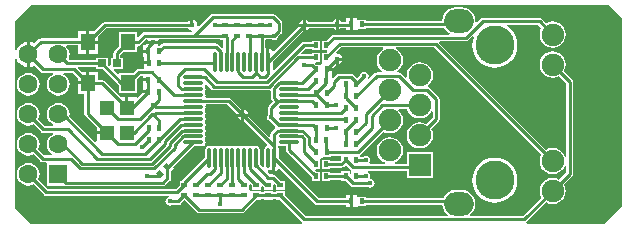
<source format=gtl>
G04*
G04 #@! TF.GenerationSoftware,Altium Limited,Altium Designer,18.1.9 (240)*
G04*
G04 Layer_Physical_Order=1*
G04 Layer_Color=255*
%FSLAX25Y25*%
%MOIN*%
G70*
G01*
G75*
%ADD11C,0.01000*%
%ADD16R,0.04724X0.05512*%
%ADD17R,0.01968X0.01575*%
%ADD18R,0.01575X0.01968*%
%ADD19O,0.01100X0.07087*%
%ADD20O,0.07087X0.01100*%
G04:AMPARAMS|DCode=21|XSize=15.75mil|YSize=19.68mil|CornerRadius=0mil|HoleSize=0mil|Usage=FLASHONLY|Rotation=225.000|XOffset=0mil|YOffset=0mil|HoleType=Round|Shape=Rectangle|*
%AMROTATEDRECTD21*
4,1,4,-0.00139,0.01253,0.01253,-0.00139,0.00139,-0.01253,-0.01253,0.00139,-0.00139,0.01253,0.0*
%
%ADD21ROTATEDRECTD21*%

%ADD22R,0.04724X0.05118*%
%ADD23R,0.03000X0.02500*%
%ADD38C,0.06299*%
%ADD39R,0.06299X0.06299*%
%ADD40R,0.07500X0.07500*%
%ADD41C,0.07500*%
%ADD42O,0.09843X0.07874*%
%ADD43C,0.13000*%
%ADD44C,0.01600*%
G36*
X336916Y196841D02*
X337957D01*
Y194349D01*
X337457Y194142D01*
X336261Y195338D01*
X335897Y195581D01*
X335468Y195667D01*
X335468Y195667D01*
X318102D01*
X318102Y195667D01*
X317673Y195581D01*
X317309Y195338D01*
X317309Y195338D01*
X316796Y194825D01*
X316504Y194859D01*
X316301Y195147D01*
X316211Y195374D01*
X316236Y195500D01*
X312414D01*
X312266Y195352D01*
X312051Y195030D01*
X311272D01*
Y193546D01*
X313059D01*
Y192546D01*
X311272D01*
Y191062D01*
X311468D01*
Y189687D01*
X313256D01*
Y188687D01*
X311468D01*
Y187203D01*
X310983Y187167D01*
X309738D01*
X309309Y187081D01*
X308945Y186838D01*
X308945Y186838D01*
X307963Y185856D01*
X303231D01*
Y185509D01*
X302769Y185317D01*
X301398Y186688D01*
X301589Y187150D01*
X304600D01*
Y190850D01*
X303622D01*
Y191842D01*
X304423Y192644D01*
X309155D01*
Y194553D01*
X309500Y194878D01*
X309929Y194964D01*
X310293Y195207D01*
X312122Y197036D01*
X312471Y197000D01*
X312770Y196528D01*
X312764Y196500D01*
X316236D01*
X316206Y196652D01*
X316233Y196791D01*
X316425Y197152D01*
X328274D01*
X328274Y197152D01*
X328274Y197152D01*
X336916D01*
Y196841D01*
D02*
G37*
G36*
X470878Y204035D02*
Y141465D01*
X465035Y135622D01*
X439146D01*
X438994Y136122D01*
X439122Y136207D01*
X445586Y142671D01*
X445598Y142663D01*
X446656Y142224D01*
X447791Y142075D01*
X448927Y142224D01*
X449985Y142663D01*
X450894Y143360D01*
X451591Y144268D01*
X452029Y145327D01*
X452179Y146462D01*
X452029Y147598D01*
X451591Y148656D01*
X451582Y148667D01*
X454293Y151378D01*
X454293Y151378D01*
X454536Y151742D01*
X454622Y152171D01*
Y182919D01*
X454536Y183348D01*
X454293Y183712D01*
X454293Y183712D01*
X451582Y186422D01*
X451591Y186433D01*
X452029Y187492D01*
X452179Y188627D01*
X452029Y189763D01*
X451591Y190821D01*
X450894Y191730D01*
X449985Y192427D01*
X448927Y192865D01*
X447791Y193015D01*
X446656Y192865D01*
X445598Y192427D01*
X444689Y191730D01*
X443992Y190821D01*
X443553Y189763D01*
X443404Y188627D01*
X443553Y187492D01*
X443992Y186433D01*
X444689Y185525D01*
X445598Y184827D01*
X446656Y184389D01*
X447791Y184240D01*
X448927Y184389D01*
X449985Y184827D01*
X449996Y184836D01*
X452378Y182454D01*
Y158062D01*
X451878Y157962D01*
X451591Y158656D01*
X450894Y159565D01*
X449985Y160262D01*
X448927Y160700D01*
X447791Y160850D01*
X446656Y160700D01*
X445598Y160262D01*
X445586Y160253D01*
X409961Y195878D01*
X410168Y196378D01*
X418906D01*
X418906Y196378D01*
X419335Y196464D01*
X419699Y196707D01*
X421095Y198103D01*
X421513Y197814D01*
X421119Y196513D01*
X420974Y195045D01*
X421119Y193577D01*
X421547Y192165D01*
X422242Y190864D01*
X423178Y189723D01*
X424319Y188787D01*
X425620Y188092D01*
X427032Y187664D01*
X428500Y187519D01*
X429969Y187664D01*
X431381Y188092D01*
X432682Y188787D01*
X433822Y189723D01*
X434758Y190864D01*
X435454Y192165D01*
X435882Y193577D01*
X436027Y195045D01*
X435882Y196513D01*
X435454Y197925D01*
X434758Y199227D01*
X433822Y200367D01*
X432682Y201303D01*
X432541Y201378D01*
X432666Y201878D01*
X442954D01*
X444000Y200832D01*
X443992Y200821D01*
X443553Y199763D01*
X443404Y198627D01*
X443553Y197492D01*
X443992Y196433D01*
X444689Y195525D01*
X445598Y194827D01*
X446656Y194389D01*
X447791Y194240D01*
X448927Y194389D01*
X449985Y194827D01*
X450894Y195525D01*
X451591Y196433D01*
X452029Y197492D01*
X452179Y198627D01*
X452029Y199763D01*
X451591Y200821D01*
X450894Y201730D01*
X449985Y202427D01*
X448927Y202865D01*
X447791Y203015D01*
X446656Y202865D01*
X445598Y202427D01*
X445586Y202418D01*
X444212Y203793D01*
X443848Y204036D01*
X443419Y204122D01*
X443419Y204122D01*
X431987D01*
X431810Y204157D01*
X431810Y204157D01*
X424441D01*
X424441Y204157D01*
X424012Y204071D01*
X423648Y203828D01*
X423648Y203828D01*
X422457Y202637D01*
X422009Y202858D01*
X422053Y203194D01*
X421897Y204379D01*
X421440Y205482D01*
X420713Y206430D01*
X419765Y207157D01*
X418661Y207614D01*
X417477Y207770D01*
X415508D01*
X414323Y207614D01*
X413220Y207157D01*
X412272Y206430D01*
X411545Y205482D01*
X411088Y204379D01*
X410932Y203194D01*
X410868Y203121D01*
X385659D01*
Y203584D01*
X382884D01*
X382516Y203902D01*
Y203984D01*
X381228D01*
Y202000D01*
Y200016D01*
X382516D01*
Y200097D01*
X382884Y200415D01*
X385659D01*
Y200878D01*
X411566D01*
X412272Y199958D01*
X413220Y199231D01*
X413484Y199122D01*
X413385Y198622D01*
X374847D01*
X374417Y198536D01*
X374053Y198293D01*
X374053Y198293D01*
X372345Y196584D01*
X370959D01*
Y193416D01*
X372523D01*
X372714Y192954D01*
X372345Y192584D01*
X370959D01*
Y189416D01*
X370959D01*
X370794Y188984D01*
X370755D01*
Y188902D01*
X370387Y188584D01*
X369002D01*
X368670Y188916D01*
X368877Y189416D01*
X370387D01*
Y192584D01*
X367613D01*
Y192122D01*
X364124D01*
X363932Y192584D01*
X365227Y193878D01*
X367613D01*
Y193416D01*
X370387D01*
Y196584D01*
X367613D01*
Y196122D01*
X364763D01*
X364334Y196036D01*
X363970Y195793D01*
X363970Y195793D01*
X354939Y186762D01*
X354439Y186969D01*
Y189539D01*
X364585Y199685D01*
Y201271D01*
X362999D01*
X354803Y193076D01*
X354256Y193236D01*
X353976Y193656D01*
X353463Y193998D01*
X353358Y194019D01*
Y189545D01*
X352358D01*
Y194154D01*
X352011Y194392D01*
Y196841D01*
X352084D01*
Y197107D01*
X354159D01*
X354454Y196910D01*
X355000Y196801D01*
X355546Y196910D01*
X356009Y197219D01*
X356319Y197682D01*
X356388Y198030D01*
X357214Y198856D01*
X357214Y198856D01*
X357457Y199220D01*
X357543Y199650D01*
X357543Y199650D01*
Y202579D01*
X357457Y203008D01*
X357214Y203372D01*
X357214Y203372D01*
X355293Y205293D01*
X354929Y205536D01*
X354500Y205622D01*
X354500Y205622D01*
X334500D01*
X334500Y205622D01*
X334071Y205536D01*
X333707Y205293D01*
X333707Y205293D01*
X329761Y201347D01*
X329300Y201593D01*
X329335Y201771D01*
X329196Y202474D01*
X328798Y203069D01*
X328202Y203467D01*
X328000Y203507D01*
Y201771D01*
X327000D01*
Y203507D01*
X326798Y203467D01*
X326202Y203069D01*
X326085Y202893D01*
X298578D01*
X298149Y202807D01*
X297785Y202564D01*
X297785Y202564D01*
X294977Y199756D01*
X293307D01*
Y196500D01*
X296169D01*
Y197776D01*
X299043Y200650D01*
X326085D01*
X326202Y200474D01*
X326798Y200076D01*
X327197Y199996D01*
X327456Y199456D01*
X327419Y199395D01*
X311774D01*
X311774Y199395D01*
X311344Y199310D01*
X310981Y199067D01*
X309617Y197703D01*
X309155Y197895D01*
Y199356D01*
X303231D01*
Y194624D01*
X301707Y193100D01*
X301464Y192736D01*
X301378Y192307D01*
X301378Y192307D01*
Y190850D01*
X300400D01*
Y188339D01*
X299938Y188148D01*
X299600Y188486D01*
Y190850D01*
X295400D01*
Y190122D01*
X286822D01*
X286488Y190622D01*
X286653Y191021D01*
X286782Y192000D01*
X286653Y192979D01*
X286275Y193891D01*
X285710Y194628D01*
X285788Y195008D01*
X285828Y195128D01*
X289445D01*
Y192244D01*
X292307D01*
Y196000D01*
Y199756D01*
X289445D01*
Y197371D01*
X277250D01*
X277250Y197371D01*
X276820Y197286D01*
X276457Y197043D01*
X276456Y197043D01*
X275054Y195641D01*
X274083Y196043D01*
X273500Y196120D01*
Y192000D01*
Y187880D01*
X274083Y187957D01*
X275054Y188359D01*
X277207Y186207D01*
X277207Y186207D01*
X277571Y185964D01*
X278000Y185878D01*
X278000Y185878D01*
X281259D01*
X281358Y185378D01*
X281109Y185275D01*
X280326Y184674D01*
X279725Y183891D01*
X279347Y182979D01*
X279218Y182000D01*
X279347Y181021D01*
X279725Y180109D01*
X280326Y179326D01*
X281109Y178725D01*
X282021Y178347D01*
X283000Y178218D01*
X283979Y178347D01*
X284891Y178725D01*
X285674Y179326D01*
X286275Y180109D01*
X286653Y181021D01*
X286782Y182000D01*
X286653Y182979D01*
X286275Y183891D01*
X285674Y184674D01*
X284891Y185275D01*
X284642Y185378D01*
X284741Y185878D01*
X287842D01*
X289445Y184276D01*
Y183000D01*
X292307D01*
Y186256D01*
X290637D01*
X289515Y187378D01*
X289722Y187878D01*
X295400D01*
Y187150D01*
X297764D01*
X303207Y181707D01*
X303207Y181707D01*
X303231Y181691D01*
Y179144D01*
X309155D01*
Y183876D01*
X310203Y184924D01*
X311272D01*
Y184045D01*
X313059D01*
Y183045D01*
X311272D01*
Y181561D01*
X311272D01*
Y181530D01*
X311272D01*
Y180045D01*
X313059D01*
Y179045D01*
X310973D01*
X309532Y177604D01*
X309209Y177738D01*
Y177738D01*
X306347D01*
Y174179D01*
X305346D01*
Y177738D01*
X303873D01*
X298319Y183293D01*
X297955Y183536D01*
X297526Y183622D01*
X297526Y183622D01*
X296169D01*
Y186256D01*
X293307D01*
Y182500D01*
X292807D01*
Y182000D01*
X289445D01*
Y178744D01*
X291686D01*
Y172258D01*
X291686Y172258D01*
X291771Y171829D01*
X292014Y171465D01*
X295791Y167687D01*
Y166411D01*
X299153D01*
Y165411D01*
X295791D01*
Y163002D01*
X295291Y162795D01*
X286701Y171385D01*
X286782Y172000D01*
X286653Y172979D01*
X286275Y173891D01*
X285674Y174674D01*
X284891Y175275D01*
X283979Y175653D01*
X283000Y175782D01*
X282021Y175653D01*
X281109Y175275D01*
X280326Y174674D01*
X279725Y173891D01*
X279347Y172979D01*
X279218Y172000D01*
X279347Y171021D01*
X279725Y170109D01*
X280326Y169326D01*
X281109Y168725D01*
X281358Y168622D01*
X281259Y168122D01*
X278465D01*
X276334Y170252D01*
X276653Y171021D01*
X276782Y172000D01*
X276653Y172979D01*
X276275Y173891D01*
X275674Y174674D01*
X274891Y175275D01*
X273979Y175653D01*
X273000Y175782D01*
X272021Y175653D01*
X271109Y175275D01*
X270326Y174674D01*
X269725Y173891D01*
X269347Y172979D01*
X269218Y172000D01*
X269347Y171021D01*
X269725Y170109D01*
X270326Y169326D01*
X271109Y168725D01*
X272021Y168347D01*
X273000Y168218D01*
X273979Y168347D01*
X274748Y168666D01*
X277207Y166207D01*
X277207Y166207D01*
X277571Y165964D01*
X278000Y165878D01*
X278000Y165878D01*
X281259D01*
X281358Y165378D01*
X281109Y165275D01*
X280326Y164674D01*
X279725Y163891D01*
X279347Y162979D01*
X279218Y162000D01*
X279347Y161021D01*
X279725Y160109D01*
X280326Y159326D01*
X280983Y158822D01*
X280829Y158322D01*
X278265D01*
X276334Y160252D01*
X276653Y161021D01*
X276782Y162000D01*
X276653Y162979D01*
X276275Y163891D01*
X275674Y164674D01*
X274891Y165275D01*
X273979Y165653D01*
X273000Y165782D01*
X272021Y165653D01*
X271109Y165275D01*
X270326Y164674D01*
X269725Y163891D01*
X269347Y162979D01*
X269218Y162000D01*
X269347Y161021D01*
X269725Y160109D01*
X270326Y159326D01*
X271109Y158725D01*
X272021Y158347D01*
X273000Y158218D01*
X273979Y158347D01*
X274748Y158666D01*
X277007Y156407D01*
X277007Y156407D01*
X277371Y156164D01*
X277800Y156078D01*
X277800Y156078D01*
X278887D01*
X279250Y155750D01*
Y148250D01*
X285282D01*
X285289Y148246D01*
X285718Y148160D01*
X285718Y148160D01*
X317926D01*
X317926Y148160D01*
X318355Y148246D01*
X318719Y148489D01*
X320159Y149929D01*
X320159Y149929D01*
X320403Y150293D01*
X320488Y150722D01*
Y153247D01*
X321468Y154227D01*
X321204Y154490D01*
X328215Y161501D01*
X330948D01*
X331397Y161590D01*
X331778Y161844D01*
X332032Y162224D01*
X332121Y162673D01*
X332032Y163122D01*
X331912Y163301D01*
X331818Y163657D01*
X331912Y164014D01*
X332032Y164193D01*
X332121Y164642D01*
X332032Y165091D01*
X331912Y165270D01*
X331818Y165626D01*
X331912Y165982D01*
X332032Y166162D01*
X332121Y166610D01*
X332032Y167059D01*
X331912Y167238D01*
X331818Y167595D01*
X331912Y167951D01*
X332032Y168130D01*
X332121Y168579D01*
X332032Y169027D01*
X331912Y169207D01*
X331818Y169563D01*
X331912Y169919D01*
X332032Y170099D01*
X332121Y170547D01*
X332032Y170996D01*
X331912Y171175D01*
X331818Y171531D01*
X331912Y171888D01*
X332032Y172067D01*
X332121Y172516D01*
X332032Y172965D01*
X331778Y173345D01*
Y173655D01*
X332032Y174036D01*
X332121Y174484D01*
X332051Y174835D01*
X332238Y175178D01*
X332367Y175331D01*
X339300D01*
X342414Y172218D01*
X344000D01*
Y173804D01*
X340558Y177246D01*
X340194Y177489D01*
X339765Y177574D01*
X339765Y177574D01*
X332367D01*
X332238Y177728D01*
X332051Y178071D01*
X332121Y178421D01*
X332032Y178870D01*
X331912Y179049D01*
X331818Y179405D01*
X331912Y179762D01*
X332032Y179941D01*
X332121Y180390D01*
X332032Y180839D01*
X331912Y181018D01*
X331818Y181374D01*
X331912Y181730D01*
X331963Y181807D01*
X332514Y181964D01*
X333971Y180507D01*
X333971Y180507D01*
X334335Y180264D01*
X334764Y180178D01*
X353325D01*
X353326Y180178D01*
X353378Y180189D01*
X353878Y179791D01*
Y177500D01*
X353878Y177500D01*
X353964Y177071D01*
X354207Y176707D01*
X354577Y176337D01*
X353207Y174966D01*
X352964Y174602D01*
X352878Y174173D01*
X352878Y174173D01*
Y171841D01*
X352681Y171546D01*
X352573Y171000D01*
X352681Y170454D01*
X352991Y169991D01*
X353454Y169681D01*
X353802Y169612D01*
X355372Y168042D01*
X355328Y167412D01*
X355325Y167408D01*
X355317Y167403D01*
X355317Y167403D01*
X354034Y166120D01*
X353791Y165756D01*
X353705Y165327D01*
X353705Y165327D01*
Y164752D01*
X353243Y164561D01*
X346586Y171218D01*
X345000D01*
Y169632D01*
X352560Y162072D01*
X352410Y161532D01*
X352399Y161525D01*
X352029Y161277D01*
X351775Y160897D01*
X351686Y160448D01*
Y154533D01*
X351518Y154406D01*
X351207Y154304D01*
X350094Y155418D01*
Y160448D01*
X350005Y160897D01*
X349750Y161277D01*
X349370Y161532D01*
X348921Y161621D01*
X348473Y161532D01*
X348293Y161412D01*
X347937Y161318D01*
X347581Y161412D01*
X347401Y161532D01*
X346953Y161621D01*
X346504Y161532D01*
X346325Y161412D01*
X345969Y161318D01*
X345612Y161412D01*
X345433Y161532D01*
X344984Y161621D01*
X344536Y161532D01*
X344356Y161412D01*
X344000Y161318D01*
X343644Y161412D01*
X343464Y161532D01*
X343016Y161621D01*
X342567Y161532D01*
X342388Y161412D01*
X342032Y161318D01*
X341675Y161412D01*
X341496Y161532D01*
X341047Y161621D01*
X340599Y161532D01*
X340419Y161412D01*
X340063Y161318D01*
X339707Y161412D01*
X339528Y161532D01*
X339079Y161621D01*
X338630Y161532D01*
X338451Y161412D01*
X338094Y161318D01*
X337738Y161412D01*
X337559Y161532D01*
X337110Y161621D01*
X336662Y161532D01*
X336482Y161412D01*
X336126Y161318D01*
X335770Y161412D01*
X335591Y161532D01*
X335142Y161621D01*
X334693Y161532D01*
X334514Y161412D01*
X334157Y161318D01*
X333801Y161412D01*
X333622Y161532D01*
X333173Y161621D01*
X332724Y161532D01*
X332344Y161277D01*
X332090Y160897D01*
X332001Y160448D01*
Y157869D01*
X324207Y150075D01*
X323979Y149734D01*
X323416D01*
Y148348D01*
X322189Y147122D01*
X279465D01*
X276334Y150252D01*
X276653Y151021D01*
X276782Y152000D01*
X276653Y152979D01*
X276275Y153891D01*
X275674Y154674D01*
X274891Y155275D01*
X273979Y155653D01*
X273000Y155782D01*
X272021Y155653D01*
X271109Y155275D01*
X270326Y154674D01*
X269725Y153891D01*
X269347Y152979D01*
X269218Y152000D01*
X269347Y151021D01*
X269725Y150109D01*
X270326Y149326D01*
X271109Y148725D01*
X272021Y148347D01*
X273000Y148218D01*
X273979Y148347D01*
X274748Y148666D01*
X278207Y145207D01*
X278207Y145207D01*
X278571Y144964D01*
X279000Y144878D01*
X279000Y144878D01*
X319836D01*
X319885Y144378D01*
X319585Y144319D01*
X319122Y144009D01*
X318813Y143546D01*
X318704Y143000D01*
X318813Y142454D01*
X319122Y141991D01*
X319585Y141681D01*
X320132Y141573D01*
X320678Y141681D01*
X320973Y141878D01*
X323000D01*
X323000Y141878D01*
X323429Y141964D01*
X323793Y142207D01*
X325000Y143414D01*
X329107Y139307D01*
X329107Y139307D01*
X329471Y139064D01*
X329900Y138978D01*
X329900Y138978D01*
X344100D01*
X344100Y138978D01*
X344529Y139064D01*
X344893Y139307D01*
X349199Y143613D01*
X350584D01*
Y143878D01*
X351416D01*
Y143613D01*
X354584D01*
Y143878D01*
X355416D01*
Y143613D01*
X356801D01*
X364207Y136207D01*
X364207Y136207D01*
X364335Y136122D01*
X364183Y135622D01*
X273965D01*
X268621Y140965D01*
Y190420D01*
X269122Y190520D01*
X269375Y189907D01*
X270040Y189041D01*
X270907Y188375D01*
X271917Y187957D01*
X272500Y187880D01*
Y192000D01*
Y196120D01*
X271917Y196043D01*
X270907Y195625D01*
X270040Y194959D01*
X269375Y194093D01*
X269122Y193480D01*
X268621Y193579D01*
Y203035D01*
X273965Y208379D01*
X466535D01*
X470878Y204035D01*
D02*
G37*
G36*
X391388Y193878D02*
X391307Y193845D01*
X390398Y193148D01*
X389701Y192239D01*
X389262Y191181D01*
X389113Y190045D01*
X389262Y188910D01*
X389701Y187851D01*
X390398Y186943D01*
X390953Y186517D01*
X390783Y186017D01*
X389167D01*
X389167Y186017D01*
X388738Y185931D01*
X388374Y185688D01*
X386629Y183943D01*
X386240Y184262D01*
X386319Y184379D01*
X386427Y184925D01*
X386319Y185472D01*
X386009Y185935D01*
X385546Y186244D01*
X385000Y186353D01*
X384454Y186244D01*
X383991Y185935D01*
X383681Y185472D01*
X383612Y185124D01*
X382537Y184049D01*
X381466Y185120D01*
X381102Y185363D01*
X380673Y185448D01*
X380673Y185448D01*
X376463D01*
X376463Y185448D01*
X376034Y185363D01*
X375670Y185120D01*
X375670Y185120D01*
X374634Y184083D01*
X374134Y184291D01*
Y184984D01*
X374330Y185015D01*
Y186500D01*
X372543D01*
Y187500D01*
X374629D01*
X375500Y188371D01*
Y190457D01*
X376000D01*
Y190957D01*
X377736D01*
X377696Y191159D01*
X377298Y191755D01*
X376702Y192153D01*
X376000Y192292D01*
X375915Y192275D01*
X375669Y192736D01*
X377311Y194378D01*
X391288D01*
X391388Y193878D01*
D02*
G37*
G36*
X444000Y158667D02*
X443992Y158656D01*
X443553Y157598D01*
X443404Y156462D01*
X443553Y155327D01*
X443992Y154268D01*
X444689Y153360D01*
X445598Y152663D01*
X446656Y152224D01*
X447791Y152075D01*
X448927Y152224D01*
X449985Y152663D01*
X450894Y153360D01*
X451591Y154268D01*
X451878Y154962D01*
X452378Y154863D01*
Y152635D01*
X449996Y150253D01*
X449985Y150262D01*
X448927Y150700D01*
X447791Y150850D01*
X446656Y150700D01*
X445598Y150262D01*
X444689Y149565D01*
X443992Y148656D01*
X443553Y147598D01*
X443404Y146462D01*
X443553Y145327D01*
X443992Y144268D01*
X444000Y144257D01*
X437864Y138122D01*
X420372D01*
X420202Y138622D01*
X420713Y139013D01*
X421440Y139961D01*
X421897Y141065D01*
X422053Y142249D01*
X421897Y143434D01*
X421440Y144537D01*
X420713Y145485D01*
X419765Y146212D01*
X418661Y146669D01*
X417477Y146825D01*
X415508D01*
X414323Y146669D01*
X413220Y146212D01*
X412272Y145485D01*
X411545Y144537D01*
X411372Y144121D01*
X385659D01*
Y144584D01*
X383016D01*
X382884Y144584D01*
X382516Y144902D01*
Y144984D01*
X381228D01*
Y143000D01*
Y141016D01*
X382516D01*
Y141097D01*
X382884Y141415D01*
X383016Y141415D01*
X385659D01*
Y141878D01*
X410981D01*
X411088Y141065D01*
X411545Y139961D01*
X412272Y139013D01*
X412783Y138622D01*
X412613Y138122D01*
X365465D01*
X358584Y145002D01*
Y146387D01*
X355416D01*
Y146122D01*
X354584D01*
Y146387D01*
X351416D01*
Y146122D01*
X350584D01*
Y146387D01*
X347416D01*
Y146387D01*
X346984Y146553D01*
Y146787D01*
X346584Y146959D01*
Y148523D01*
X347046Y148714D01*
X347416Y148345D01*
Y146959D01*
X350584D01*
Y147850D01*
X351046Y148041D01*
X351416Y147672D01*
Y146959D01*
X354584D01*
Y148523D01*
X355046Y148714D01*
X355416Y148345D01*
Y146959D01*
X358584D01*
Y149734D01*
X357199D01*
X355273Y151659D01*
X354909Y151902D01*
X354480Y151988D01*
X354480Y151988D01*
X353524D01*
X352700Y152811D01*
X352795Y153097D01*
X352917Y153301D01*
X353307Y153378D01*
X353360Y153414D01*
X353709Y153344D01*
X354222Y153002D01*
X354327Y152981D01*
Y157455D01*
X355327D01*
Y152981D01*
X355432Y153002D01*
X355944Y153344D01*
X356225Y153764D01*
X356771Y153925D01*
X368489Y142207D01*
X368489Y142207D01*
X368853Y141964D01*
X369282Y141878D01*
X369282Y141878D01*
X378941D01*
Y141016D01*
X380228D01*
Y143000D01*
Y144984D01*
X378941D01*
Y144122D01*
X369746D01*
X356407Y157461D01*
Y160448D01*
X356287Y161053D01*
X356110Y161318D01*
X356470Y161679D01*
X356603Y161590D01*
X357052Y161501D01*
X358923D01*
Y160278D01*
X358923Y160278D01*
X359009Y159849D01*
X359252Y159485D01*
X367570Y151167D01*
Y149782D01*
X370344D01*
Y152950D01*
X368959D01*
X368589Y153320D01*
X368781Y153782D01*
X370344D01*
Y156950D01*
X370344D01*
X370509Y157382D01*
X370744D01*
Y157464D01*
X371113Y157782D01*
X373887D01*
Y158245D01*
X377341D01*
Y156948D01*
X376881Y156488D01*
X373691D01*
Y156950D01*
X370916D01*
Y153782D01*
X373691D01*
Y154245D01*
X377345D01*
X377345Y154245D01*
X377774Y154330D01*
X378138Y154573D01*
X378729Y155164D01*
X380319Y153573D01*
X380319Y153573D01*
X380450Y153486D01*
X380685Y153088D01*
X380688Y152859D01*
Y152304D01*
X380188Y152037D01*
X380116Y152084D01*
Y153084D01*
X377341D01*
Y152488D01*
X373691D01*
Y152950D01*
X370916D01*
Y149782D01*
X373691D01*
Y150245D01*
X377341D01*
Y149915D01*
X378727D01*
X380435Y148207D01*
X380435Y148207D01*
X380799Y147964D01*
X381228Y147878D01*
X381228Y147878D01*
X386159D01*
X386454Y147681D01*
X387000Y147573D01*
X387546Y147681D01*
X388009Y147991D01*
X388319Y148454D01*
X388427Y149000D01*
X388319Y149546D01*
X388009Y150009D01*
X387546Y150319D01*
X387061Y150415D01*
X386899Y150639D01*
X386778Y150893D01*
X386819Y150953D01*
X386927Y151500D01*
X386819Y152046D01*
X386509Y152509D01*
X386157Y152745D01*
X386271Y153245D01*
X399150D01*
Y150695D01*
X407850D01*
Y159395D01*
X399150D01*
Y155488D01*
X395171D01*
X395072Y155988D01*
X395694Y156246D01*
X396603Y156943D01*
X397300Y157851D01*
X397738Y158910D01*
X397888Y160045D01*
X397738Y161181D01*
X397300Y162239D01*
X396603Y163148D01*
X395694Y163845D01*
X394636Y164283D01*
X393500Y164433D01*
X392365Y164283D01*
X391307Y163845D01*
X390398Y163148D01*
X389701Y162239D01*
X389262Y161181D01*
X389113Y160045D01*
X389262Y158910D01*
X389701Y157851D01*
X390398Y156943D01*
X391307Y156246D01*
X391929Y155988D01*
X391829Y155488D01*
X386942D01*
X386675Y155988D01*
X386819Y156203D01*
X386927Y156750D01*
X386819Y157296D01*
X386509Y157759D01*
X386046Y158069D01*
X385500Y158177D01*
X384954Y158069D01*
X384659Y157871D01*
X383585D01*
X383491Y158371D01*
X383754Y158713D01*
X391295Y166254D01*
X391307Y166245D01*
X392365Y165807D01*
X393500Y165658D01*
X394636Y165807D01*
X395694Y166245D01*
X396603Y166943D01*
X397300Y167851D01*
X397738Y168910D01*
X397888Y170045D01*
X397738Y171181D01*
X397300Y172239D01*
X396603Y173148D01*
X396243Y173424D01*
X396413Y173924D01*
X399260D01*
X399262Y173910D01*
X399701Y172851D01*
X400398Y171943D01*
X401307Y171246D01*
X402365Y170807D01*
X403500Y170658D01*
X404636Y170807D01*
X405694Y171246D01*
X406603Y171943D01*
X407300Y172851D01*
X407378Y173041D01*
X407878Y172941D01*
Y171009D01*
X405705Y168836D01*
X405694Y168845D01*
X404636Y169283D01*
X403500Y169433D01*
X402365Y169283D01*
X401307Y168845D01*
X400398Y168148D01*
X399701Y167239D01*
X399262Y166181D01*
X399113Y165045D01*
X399262Y163910D01*
X399701Y162851D01*
X400398Y161943D01*
X401307Y161246D01*
X402365Y160807D01*
X403500Y160658D01*
X404636Y160807D01*
X405694Y161246D01*
X406603Y161943D01*
X407300Y162851D01*
X407738Y163910D01*
X407888Y165045D01*
X407738Y166181D01*
X407300Y167239D01*
X407291Y167250D01*
X409793Y169752D01*
X409793Y169752D01*
X410036Y170116D01*
X410122Y170545D01*
Y177000D01*
X410122Y177000D01*
X410036Y177429D01*
X409793Y177793D01*
X406598Y180988D01*
X406375Y181137D01*
X406296Y181592D01*
X406318Y181724D01*
X406603Y181943D01*
X407300Y182851D01*
X407738Y183910D01*
X407888Y185045D01*
X407738Y186181D01*
X407300Y187239D01*
X406603Y188148D01*
X405694Y188845D01*
X404636Y189283D01*
X403500Y189433D01*
X402365Y189283D01*
X401307Y188845D01*
X400398Y188148D01*
X399701Y187239D01*
X399262Y186181D01*
X399113Y185045D01*
X399189Y184468D01*
X398715Y184234D01*
X397261Y185688D01*
X396898Y185931D01*
X396468Y186017D01*
X396468Y186017D01*
X396217D01*
X396048Y186517D01*
X396603Y186943D01*
X397300Y187851D01*
X397738Y188910D01*
X397888Y190045D01*
X397738Y191181D01*
X397300Y192239D01*
X396603Y193148D01*
X395694Y193845D01*
X395613Y193878D01*
X395713Y194378D01*
X408289D01*
X444000Y158667D01*
D02*
G37*
%LPC*%
G36*
X380228Y203984D02*
X378941D01*
Y202893D01*
X377568D01*
X377298Y203297D01*
X376702Y203695D01*
X376500Y203735D01*
Y202000D01*
Y200264D01*
X376702Y200304D01*
X377220Y200650D01*
X378941D01*
Y200016D01*
X380228D01*
Y202000D01*
Y203984D01*
D02*
G37*
G36*
X375500Y203735D02*
X375298Y203695D01*
X374702Y203297D01*
X374432Y202893D01*
X366500D01*
X366382Y203069D01*
X365787Y203467D01*
X365585Y203507D01*
Y201771D01*
Y200036D01*
X365787Y200076D01*
X366382Y200474D01*
X366500Y200650D01*
X374780D01*
X375298Y200304D01*
X375500Y200264D01*
Y202000D01*
Y203735D01*
D02*
G37*
G36*
X364585Y203507D02*
X364382Y203467D01*
X363787Y203069D01*
X363389Y202474D01*
X363349Y202271D01*
X364585D01*
Y203507D01*
D02*
G37*
G36*
X296169Y195500D02*
X293307D01*
Y192244D01*
X296169D01*
Y195500D01*
D02*
G37*
G36*
X273000Y185782D02*
X272021Y185653D01*
X271109Y185275D01*
X270326Y184674D01*
X269725Y183891D01*
X269347Y182979D01*
X269218Y182000D01*
X269347Y181021D01*
X269725Y180109D01*
X270326Y179326D01*
X271109Y178725D01*
X272021Y178347D01*
X273000Y178218D01*
X273979Y178347D01*
X274891Y178725D01*
X275674Y179326D01*
X276275Y180109D01*
X276653Y181021D01*
X276782Y182000D01*
X276653Y182979D01*
X276275Y183891D01*
X275674Y184674D01*
X274891Y185275D01*
X273979Y185653D01*
X273000Y185782D01*
D02*
G37*
G36*
X345000Y173453D02*
Y172218D01*
X346236D01*
X346196Y172420D01*
X345798Y173015D01*
X345202Y173413D01*
X345000Y173453D01*
D02*
G37*
G36*
X344000Y171218D02*
X342764D01*
X342804Y171015D01*
X343202Y170420D01*
X343798Y170022D01*
X344000Y169982D01*
Y171218D01*
D02*
G37*
G36*
X377736Y189957D02*
X376500D01*
Y188721D01*
X376702Y188761D01*
X377298Y189159D01*
X377696Y189755D01*
X377736Y189957D01*
D02*
G37*
G36*
X428500Y157571D02*
X427032Y157427D01*
X425620Y156999D01*
X424319Y156303D01*
X423178Y155367D01*
X422242Y154227D01*
X421547Y152925D01*
X421119Y151514D01*
X420974Y150045D01*
X421119Y148577D01*
X421547Y147165D01*
X422242Y145864D01*
X423178Y144723D01*
X424319Y143787D01*
X425620Y143092D01*
X427032Y142664D01*
X428500Y142519D01*
X429969Y142664D01*
X431381Y143092D01*
X432682Y143787D01*
X433822Y144723D01*
X434758Y145864D01*
X435454Y147165D01*
X435882Y148577D01*
X436027Y150045D01*
X435882Y151514D01*
X435454Y152925D01*
X434758Y154227D01*
X433822Y155367D01*
X432682Y156303D01*
X431381Y156999D01*
X429969Y157427D01*
X428500Y157571D01*
D02*
G37*
%LPD*%
D11*
X283000Y172000D02*
X284500D01*
X297700Y158800D01*
X273000Y172000D02*
X278000Y167000D01*
X286129D01*
X295930Y157200D01*
X283000Y162000D02*
X284618D01*
X291018Y155600D01*
X273000Y162000D02*
X277800Y157200D01*
X287155D01*
X283000Y152000D02*
X285718Y149282D01*
X317926D01*
X279000Y146000D02*
X322654D01*
X273000Y152000D02*
X279000Y146000D01*
X297526Y182500D02*
X305847Y174179D01*
X292807Y182500D02*
X297526D01*
X292807Y172258D02*
Y182500D01*
X288307Y187000D02*
X292807Y182500D01*
X278000Y187000D02*
X288307D01*
X273000Y192000D02*
X278000Y187000D01*
X292807Y196000D02*
X298578Y201771D01*
X292558Y196250D02*
X292807Y196000D01*
X277250Y196250D02*
X292558D01*
X273000Y192000D02*
X277250Y196250D01*
X311774Y198274D02*
X328274D01*
X309500Y196000D02*
X311774Y198274D01*
X306193Y196000D02*
X309500D01*
X302500Y192307D02*
X306193Y196000D01*
X302500Y189000D02*
Y192307D01*
X306193Y182500D02*
X309738Y186045D01*
X304000Y182500D02*
X306193D01*
X297500Y189000D02*
X304000Y182500D01*
X286000Y189000D02*
X297500D01*
X283000Y192000D02*
X286000Y189000D01*
X355000Y180712D02*
X356646Y182358D01*
X355000Y177500D02*
Y180712D01*
Y177500D02*
X356047Y176453D01*
X354000Y174173D02*
X356280Y176453D01*
X354000Y171000D02*
Y174173D01*
Y171000D02*
X356421Y168579D01*
X365085Y201771D02*
X380500D01*
X298578D02*
X327500D01*
X354500Y204500D02*
X356421Y202579D01*
X334500Y204500D02*
X354500D01*
X356421Y199650D02*
Y202579D01*
X355000Y198228D02*
X356421Y199650D01*
X328274Y198274D02*
X338455D01*
X328274D02*
X334500Y204500D01*
X350500Y201771D02*
X353728D01*
X335370D02*
X338500D01*
X350500Y198228D02*
X355000D01*
X338455Y198274D02*
X338500Y198228D01*
X382075Y151500D02*
X385500D01*
X382075Y156750D02*
X385500D01*
X372543Y175118D02*
X375500D01*
X372500Y167366D02*
X375500D01*
X344500Y171718D02*
X354827Y161391D01*
X339765Y176453D02*
X344500Y171718D01*
X364390Y166610D02*
X366600Y164400D01*
Y161723D02*
Y164400D01*
Y161723D02*
X368957Y159367D01*
X381228Y149000D02*
X387000D01*
X382075Y182001D02*
X385000Y184925D01*
X382272Y178000D02*
X389167Y184895D01*
X385500Y172045D02*
X393500Y180045D01*
X385500Y169228D02*
Y172045D01*
X382272Y166000D02*
X385500Y169228D01*
X382075Y162000D02*
X387500Y167425D01*
X382821Y159366D02*
X393500Y170045D01*
X372500Y159366D02*
X382821D01*
X402821Y154366D02*
X403500Y155045D01*
X381112Y154366D02*
X402821D01*
X378729Y151500D02*
X381228Y149000D01*
X372304Y151366D02*
X378595D01*
X372304Y155366D02*
X377345D01*
X378182Y170547D02*
X378729Y170000D01*
X360045Y170547D02*
X378182D01*
X360045Y172516D02*
X377244D01*
X376463Y184327D02*
X380673D01*
X375000Y182863D02*
X376463Y184327D01*
X380673D02*
X382075Y182925D01*
X372543Y187000D02*
X376000Y190457D01*
X352858Y189545D02*
X365085Y201771D01*
X378729Y156750D02*
X381112Y154366D01*
X354827Y161391D02*
Y165327D01*
Y157455D02*
Y161391D01*
X327955Y176453D02*
X339765D01*
X354827Y165327D02*
X356110Y166610D01*
X360045D01*
X409000Y170545D02*
Y177000D01*
X405805Y180195D02*
X409000Y177000D01*
X401168Y180195D02*
X405805D01*
X396468Y184895D02*
X401168Y180195D01*
X389167Y184895D02*
X396468D01*
X403500Y165045D02*
X409000Y170545D01*
X393500Y179763D02*
Y180045D01*
X391045Y175045D02*
X403500D01*
X387500Y171500D02*
X391045Y175045D01*
X387500Y167425D02*
Y171500D01*
X320132Y143000D02*
X323000D01*
X325000Y145000D01*
X312500Y151366D02*
X316366D01*
X317000Y152000D01*
X310752Y161000D02*
X313298Y163546D01*
X447791Y188627D02*
X453500Y182919D01*
Y152171D02*
Y182919D01*
X447791Y146462D02*
X453500Y152171D01*
X438329Y137000D02*
X447791Y146462D01*
X365000Y137000D02*
X438329D01*
X357000Y145000D02*
X365000Y137000D01*
X311879Y158800D02*
X316625Y163546D01*
X297700Y158800D02*
X311879D01*
X313700Y157200D02*
X318532Y162032D01*
X295930Y157200D02*
X313700D01*
X314363Y155600D02*
X320132Y161369D01*
X291018Y155600D02*
X314363D01*
X287155Y157200D02*
X290355Y154000D01*
X315025D01*
X321732Y160706D01*
X344100Y140100D02*
X349000Y145000D01*
X325000D02*
X329900Y140100D01*
X344100D01*
X337000Y142000D02*
Y145000D01*
X313059Y194559D02*
X314500Y196000D01*
X313059Y193046D02*
Y194559D01*
X369282Y143000D02*
X380728D01*
X354827Y157455D02*
X369282Y143000D01*
X380500Y201771D02*
X380728Y202000D01*
X415742Y143000D02*
X416492Y142249D01*
X384271Y143000D02*
X415742D01*
X408753Y195500D02*
X447791Y156462D01*
X376847Y195500D02*
X408753D01*
X372346Y191000D02*
X376847Y195500D01*
X418906Y197500D02*
X424441Y203035D01*
X374847Y197500D02*
X418906D01*
X372346Y195000D02*
X374847Y197500D01*
X443419Y203000D02*
X447791Y198627D01*
X431845Y203000D02*
X443419D01*
X431810Y203035D02*
X431845Y203000D01*
X424441Y203035D02*
X431810D01*
X415298Y202000D02*
X416492Y203194D01*
X384271Y202000D02*
X415298D01*
X316625Y163546D02*
X316644D01*
X308664Y162252D02*
X313101Y166689D01*
X302813Y162252D02*
X308664D01*
X299153Y165911D02*
X302813Y162252D01*
X319366Y154238D02*
X327801Y162673D01*
X317926Y149282D02*
X319366Y150722D01*
X319331Y154203D02*
X319366Y154238D01*
Y154366D01*
Y150722D02*
Y154238D01*
X322654Y146000D02*
X325000Y148346D01*
X367744Y168579D02*
X368957Y167366D01*
X360045Y168579D02*
X367744D01*
X360045Y166610D02*
X364390D01*
X365000Y159323D02*
Y163737D01*
X364095Y164642D02*
X365000Y163737D01*
X360045Y164642D02*
X364095D01*
X369000Y178660D02*
Y179000D01*
Y178660D02*
X372543Y175118D01*
X346500Y198228D02*
X350500D01*
X356047Y176453D02*
X356280D01*
X356421Y168579D02*
X360045D01*
X356280Y176453D02*
X360045D01*
X356646Y182358D02*
X360045D01*
X365000Y188500D02*
X367500D01*
X369000Y187000D01*
X378595Y151366D02*
X378729Y151500D01*
X377345Y155366D02*
X378729Y156750D01*
X382075Y182001D02*
Y182925D01*
X375000Y181457D02*
Y182863D01*
X372543Y179000D02*
X375000Y181457D01*
X378729Y177347D02*
X382075Y174000D01*
X378729Y177347D02*
Y178000D01*
Y182001D01*
Y162000D02*
Y166000D01*
Y166654D01*
X382075Y170000D01*
X372304Y159563D02*
X372500Y159366D01*
X372304Y159563D02*
Y163366D01*
X365000Y159323D02*
X368957Y155366D01*
X360045Y160278D02*
X368957Y151366D01*
X360045Y160278D02*
Y162673D01*
X368957Y163367D02*
X368957Y163366D01*
X368957Y163367D02*
Y167366D01*
X377244Y172516D02*
X378729Y174000D01*
X367665Y176453D02*
X369000Y175118D01*
X360045Y176453D02*
X367665D01*
X372346Y186803D02*
X372543Y187000D01*
X372346Y183000D02*
Y186803D01*
Y182346D02*
Y183000D01*
X369000Y179000D02*
X372346Y182346D01*
X368421Y178421D02*
X369000Y179000D01*
X360045Y178421D02*
X368421D01*
X360045Y182358D02*
X364358D01*
X369000Y187000D01*
X366390Y180390D02*
X369000Y183000D01*
X360045Y180390D02*
X366390D01*
X325189Y187000D02*
X331673D01*
X323000Y184811D02*
X325189Y187000D01*
X331673D02*
X335773Y182900D01*
X323000Y181500D02*
Y184811D01*
X335773Y182900D02*
X352663D01*
X363025Y191000D02*
X369000D01*
X353326Y181300D02*
X363025Y191000D01*
X334764Y181300D02*
X353326D01*
X331737Y184327D02*
X334764Y181300D01*
X327955Y184327D02*
X331737D01*
X364763Y195000D02*
X369000D01*
X352663Y182900D02*
X364763Y195000D01*
X323000Y181500D02*
X324110Y180390D01*
X327955D01*
X318102Y194545D02*
X335468D01*
X334784Y189187D02*
X335142Y189545D01*
X316602Y189187D02*
X334784D01*
X327801Y162673D02*
X327955D01*
X316602Y183545D02*
X321726Y178421D01*
X327955D01*
X314830Y171774D02*
X315572Y172516D01*
X327955D01*
X314830Y175120D02*
X315466Y174484D01*
X327955D01*
X321732Y160706D02*
Y161845D01*
X324529Y164642D01*
X318532Y163171D02*
X323940Y168579D01*
X318532Y162032D02*
Y163171D01*
X320132Y161369D02*
Y162508D01*
X324529Y164642D02*
X327955D01*
X320132Y162508D02*
X324234Y166610D01*
X327955D01*
X323940Y168579D02*
X327955D01*
X316644Y163546D02*
X323646Y170547D01*
X327955D01*
X353000Y145000D02*
X357000D01*
X349000D02*
X353000D01*
X341000D02*
X345000D01*
X337000D02*
X341000D01*
X333000D02*
X337000D01*
X328984D02*
X333000D01*
X348921Y185921D02*
Y185968D01*
X352858Y185358D02*
Y189545D01*
X352000Y184500D02*
X352858Y185358D01*
X350390Y184500D02*
X352000D01*
X348921Y185968D02*
X350390Y184500D01*
X348921Y185968D02*
Y189545D01*
X347500Y184500D02*
X348921Y185921D01*
X344484Y184500D02*
X347500D01*
X343016Y185968D02*
X344484Y184500D01*
X343016Y185968D02*
Y189545D01*
X350890D02*
Y197839D01*
X350500Y198228D02*
X350890Y197839D01*
X346953Y189545D02*
Y197776D01*
X346500Y198228D02*
X346953Y197776D01*
X346500Y201771D02*
X350500D01*
X342500D02*
X346500D01*
X338500D02*
X342500D01*
X341047Y189545D02*
Y196776D01*
X342500Y198228D01*
X339079Y189545D02*
Y197650D01*
X338500Y198228D02*
X339079Y197650D01*
X337110Y189545D02*
Y192903D01*
X335468Y194545D02*
X337110Y192903D01*
X316602Y193045D02*
X318102Y194545D01*
X292807Y172258D02*
X299153Y165911D01*
X314102Y186045D02*
X316602Y183545D01*
X309738Y186045D02*
X314102D01*
X313059Y189383D02*
X313256Y189187D01*
X313059Y189383D02*
Y193046D01*
X313059Y179545D02*
Y183545D01*
X307693Y174179D02*
X313059Y179545D01*
X305847Y174179D02*
X307693D01*
X313101Y166689D02*
Y167545D01*
X316602Y176892D02*
Y179545D01*
X314830Y175120D02*
X316602Y176892D01*
X316644Y167545D02*
Y169960D01*
X314830Y171774D02*
X316644Y169960D01*
X305847Y165911D02*
X308140D01*
X314002Y171774D01*
X314830D01*
X310230Y170520D02*
X314830Y175120D01*
X302813Y170520D02*
X310230D01*
X299153Y174179D02*
X302813Y170520D01*
X335142Y153642D02*
Y157455D01*
X333500Y152000D02*
X335142Y153642D01*
X332638Y152000D02*
X333500D01*
X354480Y150866D02*
X357000Y148346D01*
X353059Y150866D02*
X354480D01*
X348921Y155004D02*
X353059Y150866D01*
X348921Y155004D02*
Y157455D01*
X352327Y148346D02*
X353000D01*
X346953Y153721D02*
X352327Y148346D01*
X346953Y153721D02*
Y157455D01*
X344984Y152362D02*
X349000Y148346D01*
X344984Y152362D02*
Y157455D01*
X343016Y150331D02*
X345000Y148346D01*
X343016Y150331D02*
Y157455D01*
X341000Y148346D02*
X341047Y148394D01*
Y157455D01*
X337000Y148346D02*
X339079Y150425D01*
Y157455D01*
X333000Y148346D02*
X337110Y152457D01*
Y157455D01*
X328984Y148346D02*
X332638Y152000D01*
X325000Y148346D02*
Y149282D01*
X333173Y157455D01*
D16*
X306193Y196000D02*
D03*
X292807D02*
D03*
X306193Y182500D02*
D03*
X292807D02*
D03*
D17*
X350500Y201771D02*
D03*
X350500Y198228D02*
D03*
X346500Y201771D02*
D03*
X346500Y198228D02*
D03*
X357000Y145000D02*
D03*
Y148346D02*
D03*
X353000Y145000D02*
D03*
Y148346D02*
D03*
X349000Y145000D02*
D03*
Y148346D02*
D03*
X345000Y145000D02*
D03*
Y148346D02*
D03*
X341000Y145000D02*
D03*
Y148346D02*
D03*
X325000Y145000D02*
D03*
Y148346D02*
D03*
X337000Y145000D02*
D03*
Y148346D02*
D03*
X333000Y145000D02*
D03*
Y148346D02*
D03*
X328984Y145000D02*
D03*
Y148346D02*
D03*
X342500Y201771D02*
D03*
X342500Y198228D02*
D03*
X314830Y171774D02*
D03*
Y175120D02*
D03*
X338500Y201771D02*
D03*
X338500Y198228D02*
D03*
D18*
X372543Y175118D02*
D03*
X369000Y175118D02*
D03*
X368957Y163366D02*
D03*
X372304D02*
D03*
X382075Y156750D02*
D03*
X378729D02*
D03*
X382075Y151500D02*
D03*
X378729D02*
D03*
X368957Y155366D02*
D03*
X372304D02*
D03*
X368957Y159367D02*
D03*
X372500Y159366D02*
D03*
X368957Y151366D02*
D03*
X372304D02*
D03*
X313298Y163546D02*
D03*
X316644D02*
D03*
X369000Y183000D02*
D03*
X372346D02*
D03*
X378729Y174000D02*
D03*
X382075D02*
D03*
X378729Y178000D02*
D03*
X382272Y178000D02*
D03*
X378729Y170000D02*
D03*
X382075D02*
D03*
X378729Y166000D02*
D03*
X382272Y166000D02*
D03*
X369000Y191000D02*
D03*
X372346D02*
D03*
X316644Y167545D02*
D03*
X313101Y167545D02*
D03*
X369000Y195000D02*
D03*
X372346D02*
D03*
X382075Y162000D02*
D03*
X378729D02*
D03*
Y182001D02*
D03*
X382075D02*
D03*
X384271Y202000D02*
D03*
X380728Y202000D02*
D03*
X384271Y143000D02*
D03*
X380728Y143000D02*
D03*
X316602Y179545D02*
D03*
X313059Y179545D02*
D03*
X313059Y193046D02*
D03*
X316602Y193045D02*
D03*
X316602Y189187D02*
D03*
X313256D02*
D03*
X369000Y179000D02*
D03*
X372543Y179000D02*
D03*
X372543Y187000D02*
D03*
X369000Y187000D02*
D03*
X372500Y167366D02*
D03*
X368957Y167366D02*
D03*
X316602Y183545D02*
D03*
X313059Y183545D02*
D03*
D19*
X354827Y157455D02*
D03*
X352858D02*
D03*
X348921D02*
D03*
X346953D02*
D03*
X344984D02*
D03*
X343016D02*
D03*
X341047D02*
D03*
X339079D02*
D03*
X337110D02*
D03*
X335142D02*
D03*
X333173D02*
D03*
X335142Y189545D02*
D03*
X337110D02*
D03*
X339079D02*
D03*
X341047D02*
D03*
X343016D02*
D03*
X344984D02*
D03*
X346953D02*
D03*
X348921D02*
D03*
X350890D02*
D03*
X352858D02*
D03*
D20*
X327955Y162673D02*
D03*
Y164642D02*
D03*
Y166610D02*
D03*
Y168579D02*
D03*
Y170547D02*
D03*
Y172516D02*
D03*
Y174484D02*
D03*
Y176453D02*
D03*
Y178421D02*
D03*
Y180390D02*
D03*
Y182358D02*
D03*
Y184327D02*
D03*
X360045Y182358D02*
D03*
Y180390D02*
D03*
Y178421D02*
D03*
Y176453D02*
D03*
Y174484D02*
D03*
Y172516D02*
D03*
Y170547D02*
D03*
Y168579D02*
D03*
Y166610D02*
D03*
Y164642D02*
D03*
Y162673D02*
D03*
D21*
X317000Y152000D02*
D03*
X319366Y154366D02*
D03*
D22*
X299153Y165911D02*
D03*
Y174179D02*
D03*
X305847D02*
D03*
Y165911D02*
D03*
D23*
X297500Y189000D02*
D03*
X302500D02*
D03*
D38*
X273000Y192000D02*
D03*
X283000D02*
D03*
X273000Y182000D02*
D03*
X283000D02*
D03*
X273000Y172000D02*
D03*
X283000D02*
D03*
X273000Y162000D02*
D03*
X283000D02*
D03*
X273000Y152000D02*
D03*
D39*
X283000D02*
D03*
D40*
X403500Y155045D02*
D03*
D41*
X393500Y160045D02*
D03*
X403500Y165045D02*
D03*
X393500Y170045D02*
D03*
X403500Y175045D02*
D03*
X393500Y180045D02*
D03*
X403500Y185045D02*
D03*
X393500Y190045D02*
D03*
X447791Y146462D02*
D03*
Y156462D02*
D03*
Y188627D02*
D03*
Y198627D02*
D03*
D42*
X416492Y142249D02*
D03*
Y203194D02*
D03*
D43*
X428500Y150045D02*
D03*
Y195045D02*
D03*
D44*
X354000Y171000D02*
D03*
X327500Y201771D02*
D03*
X365085D02*
D03*
X353728D02*
D03*
X335370D02*
D03*
X385500Y151500D02*
D03*
Y156750D02*
D03*
X375500Y167366D02*
D03*
X375500Y175118D02*
D03*
X387000Y149000D02*
D03*
X385000Y184925D02*
D03*
X376000Y202000D02*
D03*
Y190457D02*
D03*
X344500Y171718D02*
D03*
X320132Y143000D02*
D03*
X312500Y151366D02*
D03*
X310752Y161000D02*
D03*
X337000Y142000D02*
D03*
X314500Y196000D02*
D03*
X365000Y188500D02*
D03*
X355000Y198228D02*
D03*
M02*

</source>
